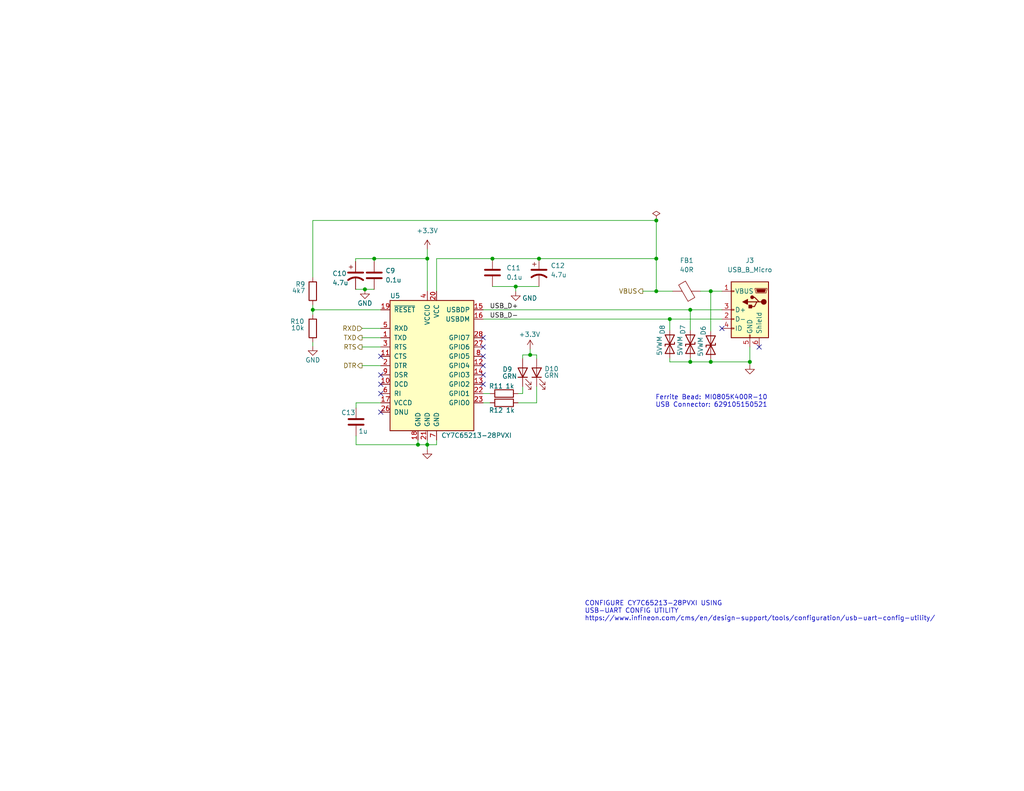
<source format=kicad_sch>
(kicad_sch (version 20211123) (generator eeschema)
  (paper "USLetter")
  (title_block (title "USB-UART Interface (Cypress/Infineon CY7C65213-28PVXI)") (date "2022-11-09") (rev "1.1"))
  (lib_symbols
    (symbol "Connector:USB_B_Micro" (pin_names (offset 1.016))
      (property "Reference" "J" (at -5.08 11.43 0))
      (property "Value" "USB_B_Micro" (at -5.08 8.89 0))
      (symbol "USB_B_Micro_0_1"
        (rectangle (start -5.08 -7.62) (end 5.08 7.62) (stroke (width 0.254)) (fill (type background)))
        (circle (center -3.81 2.159) (radius 0.635) (stroke (width 0.254)) (fill (type outline)))
        (circle (center -0.635 3.429) (radius 0.381) (stroke (width 0.254)) (fill (type outline)))
        (rectangle (start -0.127 -7.62) (end 0.127 -6.858))
        (polyline (pts (xy -1.905 2.159) (xy 0.635 2.159)) (stroke (width 0.254)))
        (polyline (pts (xy -3.175 2.159) (xy -2.54 2.159) (xy -1.27 3.429) (xy -0.635 3.429)) (stroke (width 0.254)))
        (polyline (pts (xy -2.54 2.159) (xy -1.905 2.159) (xy -1.27 0.889) (xy 0 0.889)) (stroke (width 0.254)))
        (polyline (pts (xy 0.635 2.794) (xy 0.635 1.524) (xy 1.905 2.159) (xy 0.635 2.794)) (stroke (width 0.254)) (fill (type outline)))
        (polyline (pts (xy -4.318 5.588) (xy -1.778 5.588) (xy -2.032 4.826) (xy -4.064 4.826) (xy -4.318 5.588)) (fill (type outline)))
        (polyline (pts (xy -4.699 5.842) (xy -4.699 5.588) (xy -4.445 4.826) (xy -4.445 4.572) (xy -1.651 4.572) (xy -1.651 4.826) (xy -1.397 5.588) (xy -1.397 5.842) (xy -4.699 5.842)))
        (rectangle (start 0.254 1.27) (end -0.508 0.508) (stroke (width 0.254)) (fill (type outline)))
        (rectangle (start 5.08 -5.207) (end 4.318 -4.953))
        (rectangle (start 5.08 -2.667) (end 4.318 -2.413))
        (rectangle (start 5.08 -0.127) (end 4.318 0.127))
        (rectangle (start 5.08 4.953) (end 4.318 5.207))
      )
      (symbol "USB_B_Micro_1_1"
        (pin power_out line (at 7.62 5.08 180) (length 2.54) (name "VBUS") (number "1"))
        (pin bidirectional line (at 7.62 -2.54 180) (length 2.54) (name "D-") (number "2"))
        (pin bidirectional line (at 7.62 0 180) (length 2.54) (name "D+") (number "3"))
        (pin passive line (at 7.62 -5.08 180) (length 2.54) (name "ID") (number "4"))
        (pin power_out line (at 0 -10.16 90) (length 2.54) (name "GND") (number "5"))
        (pin passive line (at -2.54 -10.16 90) (length 2.54) (name "Shield") (number "6"))
      )
    )
    (symbol "Device:C" (pin_numbers hide) (pin_names (offset 0.254))
      (property "Reference" "C" (at 0.635 2.54 0))
      (property "Value" "C" (at 0.635 -2.54 0))
      (symbol "C_0_1"
        (polyline (pts (xy -2.032 -0.762) (xy 2.032 -0.762)) (stroke (width 0.508)))
        (polyline (pts (xy -2.032 0.762) (xy 2.032 0.762)) (stroke (width 0.508)))
      )
      (symbol "C_1_1"
        (pin passive line (at 0 3.81 270) (length 2.794) (name "~") (number "1"))
        (pin passive line (at 0 -3.81 90) (length 2.794) (name "~") (number "2"))
      )
    )
    (symbol "Device:C_Polarized_US" (pin_numbers hide) (pin_names (offset 0.254) hide)
      (property "Reference" "C" (at 0.635 2.54 0))
      (property "Value" "C_Polarized_US" (at 0.635 -2.54 0))
      (symbol "C_Polarized_US_0_1"
        (polyline (pts (xy -2.032 0.762) (xy 2.032 0.762)) (stroke (width 0.508)))
        (polyline (pts (xy -1.778 2.286) (xy -0.762 2.286)))
        (polyline (pts (xy -1.27 1.778) (xy -1.27 2.794)))
        (arc (start 2.032 -1.27) (mid 0 -0.5572) (end -2.032 -1.27) (stroke (width 0.508)))
      )
      (symbol "C_Polarized_US_1_1"
        (pin passive line (at 0 3.81 270) (length 2.794) (name "~") (number "1"))
        (pin passive line (at 0 -3.81 90) (length 3.302) (name "~") (number "2"))
      )
    )
    (symbol "Device:D_TVS" (pin_numbers hide) (pin_names (offset 1.016) hide)
      (property "Reference" "D" (at 0 2.54 0))
      (property "Value" "D_TVS" (at 0 -2.54 0))
      (symbol "D_TVS_0_1"
        (polyline (pts (xy 1.27 0) (xy -1.27 0)))
        (polyline (pts (xy 0.508 1.27) (xy 0 1.27) (xy 0 -1.27) (xy -0.508 -1.27)) (stroke (width 0.254)))
        (polyline (pts (xy -2.54 1.27) (xy -2.54 -1.27) (xy 2.54 1.27) (xy 2.54 -1.27) (xy -2.54 1.27)) (stroke (width 0.254)))
      )
      (symbol "D_TVS_1_1"
        (pin passive line (at -3.81 0 0) (length 2.54) (name "A1") (number "1"))
        (pin passive line (at 3.81 0 180) (length 2.54) (name "A2") (number "2"))
      )
    )
    (symbol "Device:FerriteBead" (pin_numbers hide) (pin_names (offset 0))
      (property "Reference" "FB" (at -3.81 0.635 90))
      (property "Value" "FerriteBead" (at 3.81 0 90))
      (symbol "FerriteBead_0_1"
        (polyline (pts (xy 0 -1.27) (xy 0 -1.2192)))
        (polyline (pts (xy 0 1.27) (xy 0 1.2954)))
        (polyline (pts (xy -2.7686 0.4064) (xy -1.7018 2.2606) (xy 2.7686 -0.3048) (xy 1.6764 -2.159) (xy -2.7686 0.4064)))
      )
      (symbol "FerriteBead_1_1"
        (pin passive line (at 0 3.81 270) (length 2.54) (name "~") (number "1"))
        (pin passive line (at 0 -3.81 90) (length 2.54) (name "~") (number "2"))
      )
    )
    (symbol "Device:LED" (pin_numbers hide) (pin_names (offset 1.016) hide)
      (property "Reference" "D" (at 0 2.54 0))
      (property "Value" "LED" (at 0 -2.54 0))
      (symbol "LED_0_1"
        (polyline (pts (xy -1.27 -1.27) (xy -1.27 1.27)) (stroke (width 0.254)))
        (polyline (pts (xy -1.27 0) (xy 1.27 0)))
        (polyline (pts (xy 1.27 -1.27) (xy 1.27 1.27) (xy -1.27 0) (xy 1.27 -1.27)) (stroke (width 0.254)))
        (polyline (pts (xy -3.048 -0.762) (xy -4.572 -2.286) (xy -3.81 -2.286) (xy -4.572 -2.286) (xy -4.572 -1.524)))
        (polyline (pts (xy -1.778 -0.762) (xy -3.302 -2.286) (xy -2.54 -2.286) (xy -3.302 -2.286) (xy -3.302 -1.524)))
      )
      (symbol "LED_1_1"
        (pin passive line (at -3.81 0 0) (length 2.54) (name "K") (number "1"))
        (pin passive line (at 3.81 0 180) (length 2.54) (name "A") (number "2"))
      )
    )
    (symbol "Device:R" (pin_numbers hide) (pin_names (offset 0))
      (property "Reference" "R" (at 2.032 0 90))
      (property "Value" "R" (at 0 0 90))
      (symbol "R_0_1"
        (rectangle (start -1.016 -2.54) (end 1.016 2.54) (stroke (width 0.254)))
      )
      (symbol "R_1_1"
        (pin passive line (at 0 3.81 270) (length 1.27) (name "~") (number "1"))
        (pin passive line (at 0 -3.81 90) (length 1.27) (name "~") (number "2"))
      )
    )
    (symbol "Interface_USB:CY7C65213-28PVXI" (pin_names (offset 1.016))
      (property "Reference" "U" (at -8.89 19.05 0))
      (property "Value" "CY7C65213-28PVXI" (at 3.556 19.05 0))
      (symbol "CY7C65213-28PVXI_0_1"
        (rectangle (start -10.16 17.78) (end 12.7 -17.78) (stroke (width 0.254)) (fill (type background)))
      )
      (symbol "CY7C65213-28PVXI_1_1"
        (pin output line (at -12.7 7.62 0) (length 2.54) (name "TXD") (number "1"))
        (pin input line (at -12.7 -5.08 0) (length 2.54) (name "DCD") (number "10"))
        (pin input line (at -12.7 2.54 0) (length 2.54) (name "CTS") (number "11"))
        (pin bidirectional line (at 15.24 0 180) (length 2.54) (name "GPIO4") (number "12"))
        (pin tri_state line (at 15.24 -5.08 180) (length 2.54) (name "GPIO2") (number "13"))
        (pin bidirectional line (at 15.24 -2.54 180) (length 2.54) (name "GPIO3") (number "14"))
        (pin bidirectional line (at 15.24 15.24 180) (length 2.54) (name "USBDP") (number "15"))
        (pin bidirectional line (at 15.24 12.7 180) (length 2.54) (name "USBDM") (number "16"))
        (pin passive line (at -12.7 -10.16 0) (length 2.54) (name "VCCD") (number "17"))
        (pin power_in line (at -2.54 -20.32 90) (length 2.54) (name "GND") (number "18"))
        (pin bidirectional line (at -12.7 15.24 0) (length 2.54) (name "~{RESET}") (number "19"))
        (pin output line (at -12.7 0 0) (length 2.54) (name "DTR") (number "2"))
        (pin power_in line (at 2.54 20.32 270) (length 2.54) (name "VCC") (number "20"))
        (pin power_in line (at 0 -20.32 90) (length 2.54) (name "GND") (number "21"))
        (pin bidirectional line (at 15.24 -7.62 180) (length 2.54) (name "GPIO1") (number "22"))
        (pin bidirectional line (at 15.24 -10.16 180) (length 2.54) (name "GPIO0") (number "23"))
        (pin no_connect line (at 12.7 -15.24 180) (length 2.54) hide (name "NC") (number "24"))
        (pin no_connect line (at 12.7 -12.7 180) (length 2.54) hide (name "NC") (number "25"))
        (pin passive line (at -12.7 -12.7 0) (length 2.54) (name "DNU") (number "26"))
        (pin tri_state line (at 15.24 5.08 180) (length 2.54) (name "GPIO6") (number "27"))
        (pin tri_state line (at 15.24 7.62 180) (length 2.54) (name "GPIO7") (number "28"))
        (pin output line (at -12.7 5.08 0) (length 2.54) (name "RTS") (number "3"))
        (pin power_in line (at 0 20.32 270) (length 2.54) (name "VCCIO") (number "4"))
        (pin input line (at -12.7 10.16 0) (length 2.54) (name "RXD") (number "5"))
        (pin input line (at -12.7 -7.62 0) (length 2.54) (name "RI") (number "6"))
        (pin power_in line (at 2.54 -20.32 90) (length 2.54) (name "GND") (number "7"))
        (pin tri_state line (at 15.24 2.54 180) (length 2.54) (name "GPIO5") (number "8"))
        (pin input line (at -12.7 -2.54 0) (length 2.54) (name "DSR") (number "9"))
      )
    )
    (symbol "power:+3.3V" (power) (pin_names (offset 0))
      (property "Value" "+3.3V" (at 0 3.556 0))
      (symbol "+3.3V_0_1"
        (polyline (pts (xy -0.762 1.27) (xy 0 2.54)))
        (polyline (pts (xy 0 0) (xy 0 2.54)))
        (polyline (pts (xy 0 2.54) (xy 0.762 1.27)))
      )
      (symbol "+3.3V_1_1"
        (pin power_in line (at 0 0 90) (length 0) hide (name "+3.3V") (number "1"))
      )
    )
    (symbol "power:GND" (power) (pin_names (offset 0))
      (property "Value" "GND" (at 0 -3.81 0))
      (symbol "GND_0_1"
        (polyline (pts (xy 0 0) (xy 0 -1.27) (xy 1.27 -1.27) (xy 0 -2.54) (xy -1.27 -1.27) (xy 0 -1.27)))
      )
      (symbol "GND_1_1"
        (pin power_in line (at 0 0 270) (length 0) hide (name "GND") (number "1"))
      )
    )
    (symbol "power:PWR_FLAG" (power) (pin_numbers hide) (pin_names (offset 0) hide)
      (property "Value" "PWR_FLAG" (at 0 3.81 0))
      (symbol "PWR_FLAG_0_0"
        (pin power_out line (at 0 0 90) (length 0) (name "pwr") (number "1"))
      )
      (symbol "PWR_FLAG_0_1"
        (polyline (pts (xy 0 0) (xy 0 1.27) (xy -1.016 1.905) (xy 0 2.54) (xy 1.016 1.905) (xy 0 1.27)))
      )
    )
  )
  (junction (at 116.586 121.412))
  (junction (at 102.108 70.612))
  (junction (at 99.568 78.994))
  (junction (at 193.929 79.502))
  (junction (at 114.046 121.412))
  (junction (at 116.586 70.612))
  (junction (at 147.066 70.612))
  (junction (at 204.597 98.806))
  (junction (at 182.753 87.122))
  (junction (at 179.07 79.502))
  (junction (at 188.341 84.582))
  (junction (at 179.07 60.198))
  (junction (at 140.716 78.232))
  (junction (at 134.366 70.612))
  (junction (at 193.929 98.806))
  (junction (at 188.341 98.806))
  (junction (at 85.344 84.582))
  (junction (at 144.653 96.901))
  (junction (at 179.07 70.612))
  (no_connect (at 131.826 102.362))
  (no_connect (at 103.886 107.442))
  (no_connect (at 131.826 97.282))
  (no_connect (at 131.826 92.202))
  (no_connect (at 196.977 89.662))
  (no_connect (at 103.886 97.282))
  (no_connect (at 103.886 112.522))
  (no_connect (at 131.826 99.822))
  (no_connect (at 103.886 102.362))
  (no_connect (at 131.826 94.742))
  (no_connect (at 207.137 94.742))
  (no_connect (at 131.826 104.902))
  (no_connect (at 103.886 104.902))
  (wire (pts (xy 131.826 109.982) (xy 133.731 109.982)))
  (wire (pts (xy 85.344 84.582) (xy 103.886 84.582)))
  (wire (pts (xy 142.621 107.442) (xy 142.621 105.537)))
  (wire (pts (xy 134.366 70.612) (xy 147.066 70.612)))
  (wire (pts (xy 116.586 68.072) (xy 116.586 70.612)))
  (wire (pts (xy 141.351 107.442) (xy 142.621 107.442)))
  (wire (pts (xy 146.431 96.901) (xy 146.431 97.917)))
  (wire (pts (xy 85.344 93.472) (xy 85.344 94.488)))
  (wire (pts (xy 97.155 118.999) (xy 97.155 121.412)))
  (wire (pts (xy 179.07 79.502) (xy 175.387 79.502)))
  (wire (pts (xy 196.977 79.502) (xy 193.929 79.502)))
  (wire (pts (xy 85.344 60.198) (xy 179.07 60.198)))
  (wire (pts (xy 98.806 89.662) (xy 103.886 89.662)))
  (wire (pts (xy 144.653 96.901) (xy 146.431 96.901)))
  (wire (pts (xy 131.826 84.582) (xy 188.341 84.582)))
  (wire (pts (xy 119.126 70.612) (xy 134.366 70.612)))
  (wire (pts (xy 114.046 120.142) (xy 114.046 121.412)))
  (wire (pts (xy 116.586 121.412) (xy 119.126 121.412)))
  (wire (pts (xy 146.431 109.982) (xy 146.431 105.537)))
  (wire (pts (xy 85.344 83.312) (xy 85.344 84.582)))
  (wire (pts (xy 97.028 70.612) (xy 102.108 70.612)))
  (wire (pts (xy 116.586 70.612) (xy 116.586 79.502)))
  (wire (pts (xy 98.806 94.742) (xy 103.886 94.742)))
  (wire (pts (xy 97.155 111.379) (xy 97.155 109.982)))
  (wire (pts (xy 193.929 98.806) (xy 204.597 98.806)))
  (wire (pts (xy 98.806 92.202) (xy 103.886 92.202)))
  (wire (pts (xy 134.366 78.232) (xy 140.716 78.232)))
  (wire (pts (xy 179.07 70.612) (xy 179.07 79.502)))
  (wire (pts (xy 193.929 79.502) (xy 193.929 90.424)))
  (wire (pts (xy 116.586 121.412) (xy 116.586 122.682)))
  (wire (pts (xy 182.753 97.79) (xy 182.753 98.806)))
  (wire (pts (xy 131.826 107.442) (xy 133.731 107.442)))
  (wire (pts (xy 85.344 60.198) (xy 85.344 75.692)))
  (wire (pts (xy 182.753 98.806) (xy 188.341 98.806)))
  (wire (pts (xy 179.07 60.198) (xy 179.07 70.612)))
  (wire (pts (xy 188.341 84.582) (xy 188.341 90.17)))
  (wire (pts (xy 188.341 98.806) (xy 193.929 98.806)))
  (wire (pts (xy 114.046 121.412) (xy 116.586 121.412)))
  (wire (pts (xy 97.028 78.994) (xy 99.568 78.994)))
  (wire (pts (xy 99.568 78.994) (xy 102.108 78.994)))
  (wire (pts (xy 140.716 78.232) (xy 140.716 79.502)))
  (wire (pts (xy 97.155 121.412) (xy 114.046 121.412)))
  (wire (pts (xy 97.155 109.982) (xy 103.886 109.982)))
  (wire (pts (xy 116.586 120.142) (xy 116.586 121.412)))
  (wire (pts (xy 204.597 94.742) (xy 204.597 98.806)))
  (wire (pts (xy 119.126 70.612) (xy 119.126 79.502)))
  (wire (pts (xy 142.621 96.901) (xy 142.621 97.917)))
  (wire (pts (xy 102.108 70.612) (xy 116.586 70.612)))
  (wire (pts (xy 182.753 87.122) (xy 182.753 90.17)))
  (wire (pts (xy 147.066 70.612) (xy 179.07 70.612)))
  (wire (pts (xy 204.597 98.806) (xy 204.597 99.568)))
  (wire (pts (xy 97.028 70.612) (xy 97.028 71.374)))
  (wire (pts (xy 188.341 97.79) (xy 188.341 98.806)))
  (wire (pts (xy 142.621 96.901) (xy 144.653 96.901)))
  (wire (pts (xy 183.515 79.502) (xy 179.07 79.502)))
  (wire (pts (xy 131.826 87.122) (xy 182.753 87.122)))
  (wire (pts (xy 196.977 87.122) (xy 182.753 87.122)))
  (wire (pts (xy 193.929 79.502) (xy 191.135 79.502)))
  (wire (pts (xy 102.108 70.612) (xy 102.108 71.374)))
  (wire (pts (xy 144.653 95.377) (xy 144.653 96.901)))
  (wire (pts (xy 196.977 84.582) (xy 188.341 84.582)))
  (wire (pts (xy 119.126 121.412) (xy 119.126 120.142)))
  (wire (pts (xy 193.929 98.044) (xy 193.929 98.806)))
  (wire (pts (xy 140.716 78.232) (xy 147.066 78.232)))
  (wire (pts (xy 85.344 84.582) (xy 85.344 85.852)))
  (wire (pts (xy 98.806 99.822) (xy 103.886 99.822)))
  (wire (pts (xy 141.351 109.982) (xy 146.431 109.982)))
  (text "Ferrite Bead: MI0805K400R-10\nUSB Connector: 629105150521" (at 178.816 111.379 0) (effects (font (size 1.27 1.27)) (justify left bottom)))
  (text "CONFIGURE CY7C65213-28PVXI USING\nUSB-UART CONFIG UTILITY\nhttps://www.infineon.com/cms/en/design-support/tools/configuration/usb-uart-config-utility/" (at 159.512 169.672 0) (effects (font (size 1.27 1.27)) (justify left bottom)))
  (label "USB_D+" (at 133.604 84.582 0))
  (label "USB_D-" (at 133.604 87.122 0))
  (hierarchical_label "TXD" (shape output) (at 98.806 92.202 180))
  (hierarchical_label "DTR" (shape output) (at 98.806 99.822 180))
  (hierarchical_label "VBUS" (shape output) (at 175.387 79.502 180))
  (hierarchical_label "RXD" (shape input) (at 98.806 89.662 180))
  (hierarchical_label "RTS" (shape output) (at 98.806 94.742 180))
  (symbol (lib_id "Device:C_Polarized_US") (at 97.028 75.184 0) (unit 1)
    (property "Reference" "C10" (at 90.678 74.676 0) (effects (justify left)))
    (property "Value" "4.7u" (at 90.678 77.216 0) (effects (justify left)))
    (property "Footprint" "Capacitor_SMD:C_0805_2012Metric" (effects hide))
  )
  (symbol (lib_id "Device:D_TVS") (at 182.753 93.98 90) (mirror x) (unit 1)
    (property "Reference" "D8" (at 180.721 88.646 0) (effects (justify left)))
    (property "Value" "5VWM" (at 179.959 91.694 0) (effects (justify left)))
    (property "Footprint" "Diode_SMD:D_0402_1005Metric" (effects hide))
    (property "MFG" "Kyocera AVX" (effects hide))
    (property "P/N" "GG0402050R3C2P" (effects hide))
  )
  (symbol (lib_id "Device:D_TVS") (at 193.929 94.234 90) (mirror x) (unit 1)
    (property "Reference" "D6" (at 191.897 88.9 0) (effects (justify left)))
    (property "Value" "5VWM" (at 191.135 91.948 0) (effects (justify left)))
    (property "Footprint" "Diode_SMD:D_0402_1005Metric" (effects hide))
    (property "MFG" "Kyocera AVX" (effects hide))
    (property "P/N" "GG0402050R3C2P" (effects hide))
  )
  (symbol (lib_id "Device:FerriteBead") (at 187.325 79.502 270) (mirror x) (unit 1)
    (property "Reference" "FB1" (at 187.3758 71.12 90))
    (property "Value" "40R" (at 187.3758 73.66 90))
    (property "Footprint" "Inductor_SMD:L_0603_1608Metric" (effects hide))
    (property "MFG" "TDK" (effects hide))
    (property "P/N" "MMZ1608S400ATA00" (effects hide))
  )
  (symbol (lib_id "Device:R") (at 85.344 89.662 180) (unit 1)
    (property "Reference" "R10" (at 83.058 87.757 0) (effects (justify left)))
    (property "Value" "10k" (at 83.058 89.535 0) (effects (justify left)))
    (property "Footprint" "Resistor_SMD:R_0603_1608Metric" (effects hide))
  )
  (symbol (lib_id "Device:R") (at 85.344 79.502 180) (unit 1)
    (property "Reference" "R9" (at 83.312 77.597 0) (effects (justify left)))
    (property "Value" "4k7" (at 83.312 79.375 0) (effects (justify left)))
    (property "Footprint" "Resistor_SMD:R_0603_1608Metric" (effects hide))
  )
  (symbol (lib_id "Interface_USB:CY7C65213-28PVXI") (at 116.586 99.822 0) (unit 1)
    (property "Reference" "U5" (at 106.426 80.772 0) (effects (justify left)))
    (property "Value" "CY7C65213-28PVXI" (at 120.396 118.872 0) (effects (justify left)))
    (property "Footprint" "Package_SO:SSOP-28_5.3x10.2mm_P0.65mm" (effects hide))
    (property "Datasheet" "http://www.cypress.com/file/139881/download" (effects hide))
    (property "MFG" "Cypress / Infineon" (effects hide))
    (property "Field5" "CY7C65213-28PVXI" (effects hide))
  )
  (symbol (lib_id "power:+3.3V") (at 144.653 95.377 0) (unit 1)
    (property "Reference" "#PWR0128" (effects hide))
    (property "Value" "+3.3V" (at 147.447 91.313 0) (effects (justify right)))
  )
  (symbol (lib_id "power:GND") (at 85.344 94.488 0) (unit 1)
    (property "Reference" "#PWR0122" (effects hide))
    (property "Value" "GND" (at 85.344 98.298 0))
  )
  (symbol (lib_id "power:GND") (at 116.586 122.682 0) (unit 1)
    (property "Reference" "#PWR0107" (effects hide))
    (property "Value" "GND" (effects hide))
  )
  (symbol (lib_id "Device:C") (at 134.366 74.422 180) (unit 1)
    (property "Reference" "C11" (at 138.176 73.1519 0) (effects (justify right)))
    (property "Value" "0.1u" (at 138.176 75.6919 0) (effects (justify right)))
    (property "Footprint" "Capacitor_SMD:C_0603_1608Metric" (effects hide))
  )
  (symbol (lib_id "power:+3.3V") (at 116.586 68.072 0) (unit 1)
    (property "Reference" "#PWR0111" (effects hide))
    (property "Value" "+3.3V" (at 116.586 62.992 0))
  )
  (symbol (lib_id "Device:C_Polarized_US") (at 147.066 74.422 0) (unit 1)
    (property "Reference" "C12" (at 150.241 72.5169 0) (effects (justify left)))
    (property "Value" "4.7u" (at 150.241 75.0569 0) (effects (justify left)))
    (property "Footprint" "Capacitor_SMD:C_0805_2012Metric" (effects hide))
  )
  (symbol (lib_id "Device:LED") (at 146.431 101.727 90) (unit 1)
    (property "Reference" "D10" (at 150.495 100.711 90))
    (property "Value" "GRN" (at 150.495 102.489 90))
    (property "Footprint" "LED_SMD:LED_0805_2012Metric" (effects hide))
  )
  (symbol (lib_id "power:GND") (at 140.716 79.502 0) (unit 1)
    (property "Reference" "#PWR0108" (effects hide))
    (property "Value" "GND" (at 144.526 81.407 0))
  )
  (symbol (lib_id "Device:C") (at 102.108 75.184 180) (unit 1)
    (property "Reference" "C9" (at 105.156 73.914 0) (effects (justify right)))
    (property "Value" "0.1u" (at 105.156 76.454 0) (effects (justify right)))
    (property "Footprint" "Capacitor_SMD:C_0603_1608Metric" (effects hide))
  )
  (symbol (lib_id "Device:D_TVS") (at 188.341 93.98 90) (mirror x) (unit 1)
    (property "Reference" "D7" (at 186.309 88.646 0) (effects (justify left)))
    (property "Value" "5VWM" (at 185.547 91.694 0) (effects (justify left)))
    (property "Footprint" "Diode_SMD:D_0402_1005Metric" (effects hide))
    (property "MFG" "Kyocera AVX" (effects hide))
    (property "P/N" "GG0402050R3C2P" (effects hide))
  )
  (symbol (lib_id "power:GND") (at 204.597 99.568 0) (mirror y) (unit 1)
    (property "Reference" "#PWR0106" (effects hide))
    (property "Value" "GND" (effects hide))
  )
  (symbol (lib_id "power:PWR_FLAG") (at 179.07 60.198 0) (unit 1)
    (property "Reference" "#FLG0102" (effects hide))
    (property "Value" "PWR_FLAG" (effects hide))
  )
  (symbol (lib_id "Device:LED") (at 142.621 101.727 90) (unit 1)
    (property "Reference" "D9" (at 138.43 100.838 90))
    (property "Value" "GRN" (at 139.065 102.743 90))
    (property "Footprint" "LED_SMD:LED_0805_2012Metric" (effects hide))
  )
  (symbol (lib_id "power:GND") (at 99.568 78.994 0) (unit 1)
    (property "Reference" "#PWR0123" (effects hide))
    (property "Value" "GND" (at 99.568 82.804 0))
  )
  (symbol (lib_id "Device:R") (at 137.541 107.442 90) (unit 1)
    (property "Reference" "R11" (at 137.287 105.41 90) (effects (justify left)))
    (property "Value" "1k" (at 140.335 105.41 90) (effects (justify left)))
    (property "Footprint" "Resistor_SMD:R_0603_1608Metric" (effects hide))
  )
  (symbol (lib_id "Connector:USB_B_Micro") (at 204.597 84.582 0) (mirror y) (unit 1)
    (property "Reference" "J3" (at 204.597 71.12 0))
    (property "Value" "USB_B_Micro" (at 204.597 73.66 0))
    (property "Footprint" "Connector_USB:USB_Micro-B_Wuerth_614105150721_Vertical" (effects hide))
    (property "MFG" "Wurth Elektronik" (effects hide))
    (property "P/N" "629105150521" (effects hide))
  )
  (symbol (lib_id "Device:R") (at 137.541 109.982 90) (unit 1)
    (property "Reference" "R12" (at 137.287 112.014 90) (effects (justify left)))
    (property "Value" "1k" (at 140.462 112.014 90) (effects (justify left)))
    (property "Footprint" "Resistor_SMD:R_0603_1608Metric" (effects hide))
  )
  (symbol (lib_id "Device:C") (at 97.155 115.189 0) (unit 1)
    (property "Reference" "C13" (at 93.091 112.649 0) (effects (justify left)))
    (property "Value" "1u" (at 97.79 117.729 0) (effects (justify left)))
    (property "Footprint" "Capacitor_SMD:C_0603_1608Metric" (effects hide))
  )
)
</source>
